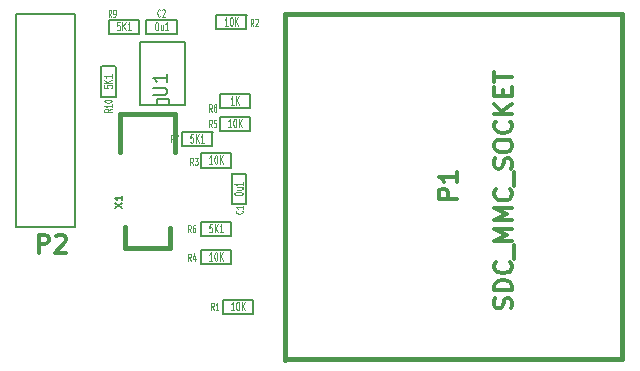
<source format=gto>
G04 (created by PCBNEW-RS274X (2011-11-27 BZR 3249)-stable) date 15/08/2012 9:50:50 p.m.*
G01*
G70*
G90*
%MOIN*%
G04 Gerber Fmt 3.4, Leading zero omitted, Abs format*
%FSLAX34Y34*%
G04 APERTURE LIST*
%ADD10C,0.006000*%
%ADD11C,0.015000*%
%ADD12C,0.005000*%
%ADD13C,0.003900*%
%ADD14C,0.004500*%
%ADD15C,0.012000*%
G04 APERTURE END LIST*
G54D10*
G54D11*
X23583Y-27441D02*
X23583Y-28149D01*
X23583Y-28149D02*
X25079Y-28149D01*
X25079Y-28149D02*
X25079Y-27480D01*
X25237Y-23701D02*
X23425Y-23701D01*
X23425Y-24960D02*
X23425Y-23701D01*
X25237Y-23701D02*
X25237Y-24960D01*
G54D12*
X24054Y-20550D02*
X23050Y-20550D01*
X23030Y-21022D02*
X24054Y-21022D01*
X24054Y-21022D02*
X24054Y-20550D01*
X23041Y-21018D02*
X23041Y-20558D01*
G54D11*
X28917Y-31885D02*
X28917Y-20359D01*
X28917Y-20359D02*
X40158Y-20359D01*
X40158Y-20359D02*
X40158Y-31865D01*
X40158Y-31865D02*
X28917Y-31865D01*
G54D12*
X26732Y-23503D02*
X27736Y-23503D01*
X27756Y-23031D02*
X26732Y-23031D01*
X26732Y-23031D02*
X26732Y-23503D01*
X27745Y-23035D02*
X27745Y-23495D01*
X25472Y-24763D02*
X26476Y-24763D01*
X26496Y-24291D02*
X25472Y-24291D01*
X25472Y-24291D02*
X25472Y-24763D01*
X26485Y-24295D02*
X26485Y-24755D01*
X26102Y-27756D02*
X27106Y-27756D01*
X27126Y-27284D02*
X26102Y-27284D01*
X26102Y-27284D02*
X26102Y-27756D01*
X27115Y-27288D02*
X27115Y-27748D01*
X23267Y-23109D02*
X23267Y-22105D01*
X22795Y-22085D02*
X22795Y-23109D01*
X22795Y-23109D02*
X23267Y-23109D01*
X22799Y-22096D02*
X23259Y-22096D01*
X26102Y-28700D02*
X27106Y-28700D01*
X27126Y-28228D02*
X26102Y-28228D01*
X26102Y-28228D02*
X26102Y-28700D01*
X27115Y-28232D02*
X27115Y-28692D01*
X26102Y-25472D02*
X27106Y-25472D01*
X27126Y-25000D02*
X26102Y-25000D01*
X26102Y-25000D02*
X26102Y-25472D01*
X27115Y-25004D02*
X27115Y-25464D01*
X26614Y-20866D02*
X27618Y-20866D01*
X27638Y-20394D02*
X26614Y-20394D01*
X26614Y-20394D02*
X26614Y-20866D01*
X27627Y-20398D02*
X27627Y-20858D01*
X26830Y-30350D02*
X27834Y-30350D01*
X27854Y-29878D02*
X26830Y-29878D01*
X26830Y-29878D02*
X26830Y-30350D01*
X27843Y-29882D02*
X27843Y-30342D01*
X27622Y-26685D02*
X27622Y-25681D01*
X27150Y-25661D02*
X27150Y-26685D01*
X27150Y-26685D02*
X27622Y-26685D01*
X27154Y-25672D02*
X27614Y-25672D01*
X27756Y-23779D02*
X26752Y-23779D01*
X26732Y-24251D02*
X27756Y-24251D01*
X27756Y-24251D02*
X27756Y-23779D01*
X26743Y-24247D02*
X26743Y-23787D01*
X24290Y-21022D02*
X25294Y-21022D01*
X25314Y-20550D02*
X24290Y-20550D01*
X24290Y-20550D02*
X24290Y-21022D01*
X25303Y-20554D02*
X25303Y-21014D01*
X25542Y-23372D02*
X25592Y-23372D01*
X25592Y-23372D02*
X25592Y-21272D01*
X24092Y-21272D02*
X24092Y-23372D01*
X24092Y-23372D02*
X25542Y-23372D01*
X24642Y-23372D02*
X24642Y-23172D01*
X24642Y-23172D02*
X25042Y-23172D01*
X25042Y-23172D02*
X25042Y-23372D01*
X24092Y-21272D02*
X25592Y-21272D01*
X19945Y-27449D02*
X19945Y-25874D01*
X21913Y-25874D02*
X21913Y-27449D01*
X19945Y-25087D02*
X19945Y-25875D01*
X21913Y-25087D02*
X21913Y-25875D01*
X19945Y-25087D02*
X19945Y-20363D01*
X19945Y-20363D02*
X21913Y-20363D01*
X21913Y-20363D02*
X21913Y-25087D01*
X21913Y-27450D02*
X19945Y-27450D01*
X23237Y-26816D02*
X23487Y-26650D01*
X23237Y-26650D02*
X23487Y-26816D01*
X23487Y-26424D02*
X23487Y-26566D01*
X23487Y-26495D02*
X23237Y-26495D01*
X23273Y-26519D01*
X23297Y-26543D01*
X23309Y-26566D01*
G54D13*
X23120Y-20455D02*
X23068Y-20340D01*
X23030Y-20455D02*
X23030Y-20214D01*
X23090Y-20214D01*
X23105Y-20226D01*
X23113Y-20237D01*
X23120Y-20260D01*
X23120Y-20294D01*
X23113Y-20317D01*
X23105Y-20329D01*
X23090Y-20340D01*
X23030Y-20340D01*
X23195Y-20455D02*
X23225Y-20455D01*
X23240Y-20444D01*
X23247Y-20432D01*
X23262Y-20398D01*
X23270Y-20352D01*
X23270Y-20260D01*
X23262Y-20237D01*
X23255Y-20226D01*
X23240Y-20214D01*
X23210Y-20214D01*
X23195Y-20226D01*
X23187Y-20237D01*
X23180Y-20260D01*
X23180Y-20317D01*
X23187Y-20340D01*
X23195Y-20352D01*
X23210Y-20363D01*
X23240Y-20363D01*
X23255Y-20352D01*
X23262Y-20340D01*
X23270Y-20317D01*
G54D14*
X23410Y-20619D02*
X23324Y-20619D01*
X23315Y-20753D01*
X23324Y-20739D01*
X23341Y-20726D01*
X23384Y-20726D01*
X23401Y-20739D01*
X23410Y-20753D01*
X23418Y-20779D01*
X23418Y-20846D01*
X23410Y-20873D01*
X23401Y-20886D01*
X23384Y-20899D01*
X23341Y-20899D01*
X23324Y-20886D01*
X23315Y-20873D01*
X23495Y-20899D02*
X23495Y-20619D01*
X23598Y-20899D02*
X23521Y-20739D01*
X23598Y-20619D02*
X23495Y-20779D01*
X23769Y-20899D02*
X23666Y-20899D01*
X23718Y-20899D02*
X23718Y-20619D01*
X23701Y-20659D01*
X23683Y-20686D01*
X23666Y-20699D01*
G54D15*
X34633Y-26520D02*
X34033Y-26520D01*
X34033Y-26292D01*
X34061Y-26234D01*
X34090Y-26206D01*
X34147Y-26177D01*
X34233Y-26177D01*
X34290Y-26206D01*
X34319Y-26234D01*
X34347Y-26292D01*
X34347Y-26520D01*
X34633Y-25606D02*
X34633Y-25949D01*
X34633Y-25777D02*
X34033Y-25777D01*
X34119Y-25834D01*
X34176Y-25892D01*
X34204Y-25949D01*
X36454Y-30169D02*
X36483Y-30083D01*
X36483Y-29940D01*
X36454Y-29883D01*
X36426Y-29854D01*
X36369Y-29826D01*
X36311Y-29826D01*
X36254Y-29854D01*
X36226Y-29883D01*
X36197Y-29940D01*
X36169Y-30054D01*
X36140Y-30112D01*
X36111Y-30140D01*
X36054Y-30169D01*
X35997Y-30169D01*
X35940Y-30140D01*
X35911Y-30112D01*
X35883Y-30054D01*
X35883Y-29912D01*
X35911Y-29826D01*
X36483Y-29569D02*
X35883Y-29569D01*
X35883Y-29426D01*
X35911Y-29341D01*
X35969Y-29283D01*
X36026Y-29255D01*
X36140Y-29226D01*
X36226Y-29226D01*
X36340Y-29255D01*
X36397Y-29283D01*
X36454Y-29341D01*
X36483Y-29426D01*
X36483Y-29569D01*
X36426Y-28626D02*
X36454Y-28655D01*
X36483Y-28741D01*
X36483Y-28798D01*
X36454Y-28883D01*
X36397Y-28941D01*
X36340Y-28969D01*
X36226Y-28998D01*
X36140Y-28998D01*
X36026Y-28969D01*
X35969Y-28941D01*
X35911Y-28883D01*
X35883Y-28798D01*
X35883Y-28741D01*
X35911Y-28655D01*
X35940Y-28626D01*
X36540Y-28512D02*
X36540Y-28055D01*
X36483Y-27912D02*
X35883Y-27912D01*
X36311Y-27712D01*
X35883Y-27512D01*
X36483Y-27512D01*
X36483Y-27226D02*
X35883Y-27226D01*
X36311Y-27026D01*
X35883Y-26826D01*
X36483Y-26826D01*
X36426Y-26197D02*
X36454Y-26226D01*
X36483Y-26312D01*
X36483Y-26369D01*
X36454Y-26454D01*
X36397Y-26512D01*
X36340Y-26540D01*
X36226Y-26569D01*
X36140Y-26569D01*
X36026Y-26540D01*
X35969Y-26512D01*
X35911Y-26454D01*
X35883Y-26369D01*
X35883Y-26312D01*
X35911Y-26226D01*
X35940Y-26197D01*
X36540Y-26083D02*
X36540Y-25626D01*
X36454Y-25512D02*
X36483Y-25426D01*
X36483Y-25283D01*
X36454Y-25226D01*
X36426Y-25197D01*
X36369Y-25169D01*
X36311Y-25169D01*
X36254Y-25197D01*
X36226Y-25226D01*
X36197Y-25283D01*
X36169Y-25397D01*
X36140Y-25455D01*
X36111Y-25483D01*
X36054Y-25512D01*
X35997Y-25512D01*
X35940Y-25483D01*
X35911Y-25455D01*
X35883Y-25397D01*
X35883Y-25255D01*
X35911Y-25169D01*
X35883Y-24798D02*
X35883Y-24684D01*
X35911Y-24626D01*
X35969Y-24569D01*
X36083Y-24541D01*
X36283Y-24541D01*
X36397Y-24569D01*
X36454Y-24626D01*
X36483Y-24684D01*
X36483Y-24798D01*
X36454Y-24855D01*
X36397Y-24912D01*
X36283Y-24941D01*
X36083Y-24941D01*
X35969Y-24912D01*
X35911Y-24855D01*
X35883Y-24798D01*
X36426Y-23940D02*
X36454Y-23969D01*
X36483Y-24055D01*
X36483Y-24112D01*
X36454Y-24197D01*
X36397Y-24255D01*
X36340Y-24283D01*
X36226Y-24312D01*
X36140Y-24312D01*
X36026Y-24283D01*
X35969Y-24255D01*
X35911Y-24197D01*
X35883Y-24112D01*
X35883Y-24055D01*
X35911Y-23969D01*
X35940Y-23940D01*
X36483Y-23683D02*
X35883Y-23683D01*
X36483Y-23340D02*
X36140Y-23597D01*
X35883Y-23340D02*
X36226Y-23683D01*
X36169Y-23083D02*
X36169Y-22883D01*
X36483Y-22797D02*
X36483Y-23083D01*
X35883Y-23083D01*
X35883Y-22797D01*
X35883Y-22626D02*
X35883Y-22283D01*
X36483Y-22454D02*
X35883Y-22454D01*
G54D13*
X26478Y-23605D02*
X26426Y-23490D01*
X26388Y-23605D02*
X26388Y-23364D01*
X26448Y-23364D01*
X26463Y-23376D01*
X26471Y-23387D01*
X26478Y-23410D01*
X26478Y-23444D01*
X26471Y-23467D01*
X26463Y-23479D01*
X26448Y-23490D01*
X26388Y-23490D01*
X26568Y-23467D02*
X26553Y-23456D01*
X26545Y-23444D01*
X26538Y-23421D01*
X26538Y-23410D01*
X26545Y-23387D01*
X26553Y-23376D01*
X26568Y-23364D01*
X26598Y-23364D01*
X26613Y-23376D01*
X26620Y-23387D01*
X26628Y-23410D01*
X26628Y-23421D01*
X26620Y-23444D01*
X26613Y-23456D01*
X26598Y-23467D01*
X26568Y-23467D01*
X26553Y-23479D01*
X26545Y-23490D01*
X26538Y-23513D01*
X26538Y-23559D01*
X26545Y-23582D01*
X26553Y-23594D01*
X26568Y-23605D01*
X26598Y-23605D01*
X26613Y-23594D01*
X26620Y-23582D01*
X26628Y-23559D01*
X26628Y-23513D01*
X26620Y-23490D01*
X26613Y-23479D01*
X26598Y-23467D01*
G54D14*
X27206Y-23380D02*
X27103Y-23380D01*
X27155Y-23380D02*
X27155Y-23100D01*
X27138Y-23140D01*
X27120Y-23167D01*
X27103Y-23180D01*
X27283Y-23380D02*
X27283Y-23100D01*
X27386Y-23380D02*
X27309Y-23220D01*
X27386Y-23100D02*
X27283Y-23260D01*
G54D13*
X25202Y-24625D02*
X25150Y-24510D01*
X25112Y-24625D02*
X25112Y-24384D01*
X25172Y-24384D01*
X25187Y-24396D01*
X25195Y-24407D01*
X25202Y-24430D01*
X25202Y-24464D01*
X25195Y-24487D01*
X25187Y-24499D01*
X25172Y-24510D01*
X25112Y-24510D01*
X25254Y-24384D02*
X25359Y-24384D01*
X25292Y-24625D01*
G54D14*
X25852Y-24360D02*
X25766Y-24360D01*
X25757Y-24494D01*
X25766Y-24480D01*
X25783Y-24467D01*
X25826Y-24467D01*
X25843Y-24480D01*
X25852Y-24494D01*
X25860Y-24520D01*
X25860Y-24587D01*
X25852Y-24614D01*
X25843Y-24627D01*
X25826Y-24640D01*
X25783Y-24640D01*
X25766Y-24627D01*
X25757Y-24614D01*
X25937Y-24640D02*
X25937Y-24360D01*
X26040Y-24640D02*
X25963Y-24480D01*
X26040Y-24360D02*
X25937Y-24520D01*
X26211Y-24640D02*
X26108Y-24640D01*
X26160Y-24640D02*
X26160Y-24360D01*
X26143Y-24400D01*
X26125Y-24427D01*
X26108Y-24440D01*
G54D13*
X25773Y-27633D02*
X25721Y-27518D01*
X25683Y-27633D02*
X25683Y-27392D01*
X25743Y-27392D01*
X25758Y-27404D01*
X25766Y-27415D01*
X25773Y-27438D01*
X25773Y-27472D01*
X25766Y-27495D01*
X25758Y-27507D01*
X25743Y-27518D01*
X25683Y-27518D01*
X25908Y-27392D02*
X25878Y-27392D01*
X25863Y-27404D01*
X25855Y-27415D01*
X25840Y-27449D01*
X25833Y-27495D01*
X25833Y-27587D01*
X25840Y-27610D01*
X25848Y-27622D01*
X25863Y-27633D01*
X25893Y-27633D01*
X25908Y-27622D01*
X25915Y-27610D01*
X25923Y-27587D01*
X25923Y-27530D01*
X25915Y-27507D01*
X25908Y-27495D01*
X25893Y-27484D01*
X25863Y-27484D01*
X25848Y-27495D01*
X25840Y-27507D01*
X25833Y-27530D01*
G54D14*
X26482Y-27353D02*
X26396Y-27353D01*
X26387Y-27487D01*
X26396Y-27473D01*
X26413Y-27460D01*
X26456Y-27460D01*
X26473Y-27473D01*
X26482Y-27487D01*
X26490Y-27513D01*
X26490Y-27580D01*
X26482Y-27607D01*
X26473Y-27620D01*
X26456Y-27633D01*
X26413Y-27633D01*
X26396Y-27620D01*
X26387Y-27607D01*
X26567Y-27633D02*
X26567Y-27353D01*
X26670Y-27633D02*
X26593Y-27473D01*
X26670Y-27353D02*
X26567Y-27513D01*
X26841Y-27633D02*
X26738Y-27633D01*
X26790Y-27633D02*
X26790Y-27353D01*
X26773Y-27393D01*
X26755Y-27420D01*
X26738Y-27433D01*
G54D13*
X23136Y-23518D02*
X23021Y-23570D01*
X23136Y-23608D02*
X22895Y-23608D01*
X22895Y-23548D01*
X22907Y-23533D01*
X22918Y-23525D01*
X22941Y-23518D01*
X22975Y-23518D01*
X22998Y-23525D01*
X23010Y-23533D01*
X23021Y-23548D01*
X23021Y-23608D01*
X23136Y-23368D02*
X23136Y-23458D01*
X23136Y-23413D02*
X22895Y-23413D01*
X22929Y-23428D01*
X22952Y-23443D01*
X22964Y-23458D01*
X22895Y-23271D02*
X22895Y-23256D01*
X22907Y-23241D01*
X22918Y-23233D01*
X22941Y-23226D01*
X22987Y-23218D01*
X23044Y-23218D01*
X23090Y-23226D01*
X23113Y-23233D01*
X23125Y-23241D01*
X23136Y-23256D01*
X23136Y-23271D01*
X23125Y-23286D01*
X23113Y-23293D01*
X23090Y-23301D01*
X23044Y-23308D01*
X22987Y-23308D01*
X22941Y-23301D01*
X22918Y-23293D01*
X22907Y-23286D01*
X22895Y-23271D01*
G54D14*
X22864Y-22729D02*
X22864Y-22815D01*
X22998Y-22824D01*
X22984Y-22815D01*
X22971Y-22798D01*
X22971Y-22755D01*
X22984Y-22738D01*
X22998Y-22729D01*
X23024Y-22721D01*
X23091Y-22721D01*
X23118Y-22729D01*
X23131Y-22738D01*
X23144Y-22755D01*
X23144Y-22798D01*
X23131Y-22815D01*
X23118Y-22824D01*
X23144Y-22644D02*
X22864Y-22644D01*
X23144Y-22541D02*
X22984Y-22618D01*
X22864Y-22541D02*
X23024Y-22644D01*
X23144Y-22370D02*
X23144Y-22473D01*
X23144Y-22421D02*
X22864Y-22421D01*
X22904Y-22438D01*
X22931Y-22456D01*
X22944Y-22473D01*
G54D13*
X25773Y-28585D02*
X25721Y-28470D01*
X25683Y-28585D02*
X25683Y-28344D01*
X25743Y-28344D01*
X25758Y-28356D01*
X25766Y-28367D01*
X25773Y-28390D01*
X25773Y-28424D01*
X25766Y-28447D01*
X25758Y-28459D01*
X25743Y-28470D01*
X25683Y-28470D01*
X25908Y-28424D02*
X25908Y-28585D01*
X25870Y-28333D02*
X25833Y-28505D01*
X25930Y-28505D01*
G54D14*
X26490Y-28577D02*
X26387Y-28577D01*
X26439Y-28577D02*
X26439Y-28297D01*
X26422Y-28337D01*
X26404Y-28364D01*
X26387Y-28377D01*
X26601Y-28297D02*
X26618Y-28297D01*
X26635Y-28311D01*
X26644Y-28324D01*
X26653Y-28351D01*
X26661Y-28404D01*
X26661Y-28471D01*
X26653Y-28524D01*
X26644Y-28551D01*
X26635Y-28564D01*
X26618Y-28577D01*
X26601Y-28577D01*
X26584Y-28564D01*
X26575Y-28551D01*
X26567Y-28524D01*
X26558Y-28471D01*
X26558Y-28404D01*
X26567Y-28351D01*
X26575Y-28324D01*
X26584Y-28311D01*
X26601Y-28297D01*
X26738Y-28577D02*
X26738Y-28297D01*
X26841Y-28577D02*
X26764Y-28417D01*
X26841Y-28297D02*
X26738Y-28457D01*
G54D13*
X25848Y-25388D02*
X25796Y-25273D01*
X25758Y-25388D02*
X25758Y-25147D01*
X25818Y-25147D01*
X25833Y-25159D01*
X25841Y-25170D01*
X25848Y-25193D01*
X25848Y-25227D01*
X25841Y-25250D01*
X25833Y-25262D01*
X25818Y-25273D01*
X25758Y-25273D01*
X25900Y-25147D02*
X25998Y-25147D01*
X25945Y-25239D01*
X25968Y-25239D01*
X25983Y-25250D01*
X25990Y-25262D01*
X25998Y-25285D01*
X25998Y-25342D01*
X25990Y-25365D01*
X25983Y-25377D01*
X25968Y-25388D01*
X25923Y-25388D01*
X25908Y-25377D01*
X25900Y-25365D01*
G54D14*
X26490Y-25349D02*
X26387Y-25349D01*
X26439Y-25349D02*
X26439Y-25069D01*
X26422Y-25109D01*
X26404Y-25136D01*
X26387Y-25149D01*
X26601Y-25069D02*
X26618Y-25069D01*
X26635Y-25083D01*
X26644Y-25096D01*
X26653Y-25123D01*
X26661Y-25176D01*
X26661Y-25243D01*
X26653Y-25296D01*
X26644Y-25323D01*
X26635Y-25336D01*
X26618Y-25349D01*
X26601Y-25349D01*
X26584Y-25336D01*
X26575Y-25323D01*
X26567Y-25296D01*
X26558Y-25243D01*
X26558Y-25176D01*
X26567Y-25123D01*
X26575Y-25096D01*
X26584Y-25083D01*
X26601Y-25069D01*
X26738Y-25349D02*
X26738Y-25069D01*
X26841Y-25349D02*
X26764Y-25189D01*
X26841Y-25069D02*
X26738Y-25229D01*
G54D13*
X27860Y-20754D02*
X27808Y-20639D01*
X27770Y-20754D02*
X27770Y-20513D01*
X27830Y-20513D01*
X27845Y-20525D01*
X27853Y-20536D01*
X27860Y-20559D01*
X27860Y-20593D01*
X27853Y-20616D01*
X27845Y-20628D01*
X27830Y-20639D01*
X27770Y-20639D01*
X27920Y-20536D02*
X27927Y-20525D01*
X27942Y-20513D01*
X27980Y-20513D01*
X27995Y-20525D01*
X28002Y-20536D01*
X28010Y-20559D01*
X28010Y-20582D01*
X28002Y-20616D01*
X27912Y-20754D01*
X28010Y-20754D01*
G54D14*
X27002Y-20743D02*
X26899Y-20743D01*
X26951Y-20743D02*
X26951Y-20463D01*
X26934Y-20503D01*
X26916Y-20530D01*
X26899Y-20543D01*
X27113Y-20463D02*
X27130Y-20463D01*
X27147Y-20477D01*
X27156Y-20490D01*
X27165Y-20517D01*
X27173Y-20570D01*
X27173Y-20637D01*
X27165Y-20690D01*
X27156Y-20717D01*
X27147Y-20730D01*
X27130Y-20743D01*
X27113Y-20743D01*
X27096Y-20730D01*
X27087Y-20717D01*
X27079Y-20690D01*
X27070Y-20637D01*
X27070Y-20570D01*
X27079Y-20517D01*
X27087Y-20490D01*
X27096Y-20477D01*
X27113Y-20463D01*
X27250Y-20743D02*
X27250Y-20463D01*
X27353Y-20743D02*
X27276Y-20583D01*
X27353Y-20463D02*
X27250Y-20623D01*
G54D13*
X26541Y-30219D02*
X26489Y-30104D01*
X26451Y-30219D02*
X26451Y-29978D01*
X26511Y-29978D01*
X26526Y-29990D01*
X26534Y-30001D01*
X26541Y-30024D01*
X26541Y-30058D01*
X26534Y-30081D01*
X26526Y-30093D01*
X26511Y-30104D01*
X26451Y-30104D01*
X26691Y-30219D02*
X26601Y-30219D01*
X26646Y-30219D02*
X26646Y-29978D01*
X26631Y-30012D01*
X26616Y-30035D01*
X26601Y-30047D01*
G54D14*
X27218Y-30227D02*
X27115Y-30227D01*
X27167Y-30227D02*
X27167Y-29947D01*
X27150Y-29987D01*
X27132Y-30014D01*
X27115Y-30027D01*
X27329Y-29947D02*
X27346Y-29947D01*
X27363Y-29961D01*
X27372Y-29974D01*
X27381Y-30001D01*
X27389Y-30054D01*
X27389Y-30121D01*
X27381Y-30174D01*
X27372Y-30201D01*
X27363Y-30214D01*
X27346Y-30227D01*
X27329Y-30227D01*
X27312Y-30214D01*
X27303Y-30201D01*
X27295Y-30174D01*
X27286Y-30121D01*
X27286Y-30054D01*
X27295Y-30001D01*
X27303Y-29974D01*
X27312Y-29961D01*
X27329Y-29947D01*
X27466Y-30227D02*
X27466Y-29947D01*
X27569Y-30227D02*
X27492Y-30067D01*
X27569Y-29947D02*
X27466Y-30107D01*
G54D13*
X27480Y-26908D02*
X27492Y-26915D01*
X27503Y-26938D01*
X27503Y-26953D01*
X27492Y-26975D01*
X27469Y-26990D01*
X27446Y-26998D01*
X27400Y-27005D01*
X27365Y-27005D01*
X27319Y-26998D01*
X27296Y-26990D01*
X27274Y-26975D01*
X27262Y-26953D01*
X27262Y-26938D01*
X27274Y-26915D01*
X27285Y-26908D01*
X27503Y-26758D02*
X27503Y-26848D01*
X27503Y-26803D02*
X27262Y-26803D01*
X27296Y-26818D01*
X27319Y-26833D01*
X27331Y-26848D01*
G54D14*
X27219Y-26348D02*
X27219Y-26331D01*
X27233Y-26314D01*
X27246Y-26305D01*
X27273Y-26296D01*
X27326Y-26288D01*
X27393Y-26288D01*
X27446Y-26296D01*
X27473Y-26305D01*
X27486Y-26314D01*
X27499Y-26331D01*
X27499Y-26348D01*
X27486Y-26365D01*
X27473Y-26374D01*
X27446Y-26382D01*
X27393Y-26391D01*
X27326Y-26391D01*
X27273Y-26382D01*
X27246Y-26374D01*
X27233Y-26365D01*
X27219Y-26348D01*
X27313Y-26134D02*
X27499Y-26134D01*
X27313Y-26211D02*
X27459Y-26211D01*
X27486Y-26203D01*
X27499Y-26185D01*
X27499Y-26160D01*
X27486Y-26143D01*
X27473Y-26134D01*
X27499Y-25954D02*
X27499Y-26057D01*
X27499Y-26005D02*
X27219Y-26005D01*
X27259Y-26022D01*
X27286Y-26040D01*
X27299Y-26057D01*
G54D13*
X26478Y-24128D02*
X26426Y-24013D01*
X26388Y-24128D02*
X26388Y-23887D01*
X26448Y-23887D01*
X26463Y-23899D01*
X26471Y-23910D01*
X26478Y-23933D01*
X26478Y-23967D01*
X26471Y-23990D01*
X26463Y-24002D01*
X26448Y-24013D01*
X26388Y-24013D01*
X26620Y-23887D02*
X26545Y-23887D01*
X26538Y-24002D01*
X26545Y-23990D01*
X26560Y-23979D01*
X26598Y-23979D01*
X26613Y-23990D01*
X26620Y-24002D01*
X26628Y-24025D01*
X26628Y-24082D01*
X26620Y-24105D01*
X26613Y-24117D01*
X26598Y-24128D01*
X26560Y-24128D01*
X26545Y-24117D01*
X26538Y-24105D01*
G54D14*
X27120Y-24128D02*
X27017Y-24128D01*
X27069Y-24128D02*
X27069Y-23848D01*
X27052Y-23888D01*
X27034Y-23915D01*
X27017Y-23928D01*
X27231Y-23848D02*
X27248Y-23848D01*
X27265Y-23862D01*
X27274Y-23875D01*
X27283Y-23902D01*
X27291Y-23955D01*
X27291Y-24022D01*
X27283Y-24075D01*
X27274Y-24102D01*
X27265Y-24115D01*
X27248Y-24128D01*
X27231Y-24128D01*
X27214Y-24115D01*
X27205Y-24102D01*
X27197Y-24075D01*
X27188Y-24022D01*
X27188Y-23955D01*
X27197Y-23902D01*
X27205Y-23875D01*
X27214Y-23862D01*
X27231Y-23848D01*
X27368Y-24128D02*
X27368Y-23848D01*
X27471Y-24128D02*
X27394Y-23968D01*
X27471Y-23848D02*
X27368Y-24008D01*
G54D13*
X24754Y-20417D02*
X24747Y-20429D01*
X24724Y-20440D01*
X24709Y-20440D01*
X24687Y-20429D01*
X24672Y-20406D01*
X24664Y-20383D01*
X24657Y-20337D01*
X24657Y-20302D01*
X24664Y-20256D01*
X24672Y-20233D01*
X24687Y-20211D01*
X24709Y-20199D01*
X24724Y-20199D01*
X24747Y-20211D01*
X24754Y-20222D01*
X24814Y-20222D02*
X24821Y-20211D01*
X24836Y-20199D01*
X24874Y-20199D01*
X24889Y-20211D01*
X24896Y-20222D01*
X24904Y-20245D01*
X24904Y-20268D01*
X24896Y-20302D01*
X24806Y-20440D01*
X24904Y-20440D01*
G54D14*
X24627Y-20619D02*
X24644Y-20619D01*
X24661Y-20633D01*
X24670Y-20646D01*
X24679Y-20673D01*
X24687Y-20726D01*
X24687Y-20793D01*
X24679Y-20846D01*
X24670Y-20873D01*
X24661Y-20886D01*
X24644Y-20899D01*
X24627Y-20899D01*
X24610Y-20886D01*
X24601Y-20873D01*
X24593Y-20846D01*
X24584Y-20793D01*
X24584Y-20726D01*
X24593Y-20673D01*
X24601Y-20646D01*
X24610Y-20633D01*
X24627Y-20619D01*
X24841Y-20713D02*
X24841Y-20899D01*
X24764Y-20713D02*
X24764Y-20859D01*
X24772Y-20886D01*
X24790Y-20899D01*
X24815Y-20899D01*
X24832Y-20886D01*
X24841Y-20873D01*
X25021Y-20899D02*
X24918Y-20899D01*
X24970Y-20899D02*
X24970Y-20619D01*
X24953Y-20659D01*
X24935Y-20686D01*
X24918Y-20699D01*
G54D10*
X24512Y-23071D02*
X24876Y-23071D01*
X24919Y-23049D01*
X24941Y-23028D01*
X24962Y-22985D01*
X24962Y-22899D01*
X24941Y-22857D01*
X24919Y-22835D01*
X24876Y-22814D01*
X24512Y-22814D01*
X24962Y-22364D02*
X24962Y-22621D01*
X24962Y-22493D02*
X24512Y-22493D01*
X24576Y-22536D01*
X24619Y-22578D01*
X24641Y-22621D01*
G54D15*
X20700Y-28314D02*
X20700Y-27714D01*
X20928Y-27714D01*
X20986Y-27742D01*
X21014Y-27771D01*
X21043Y-27828D01*
X21043Y-27914D01*
X21014Y-27971D01*
X20986Y-28000D01*
X20928Y-28028D01*
X20700Y-28028D01*
X21271Y-27771D02*
X21300Y-27742D01*
X21357Y-27714D01*
X21500Y-27714D01*
X21557Y-27742D01*
X21586Y-27771D01*
X21614Y-27828D01*
X21614Y-27885D01*
X21586Y-27971D01*
X21243Y-28314D01*
X21614Y-28314D01*
M02*

</source>
